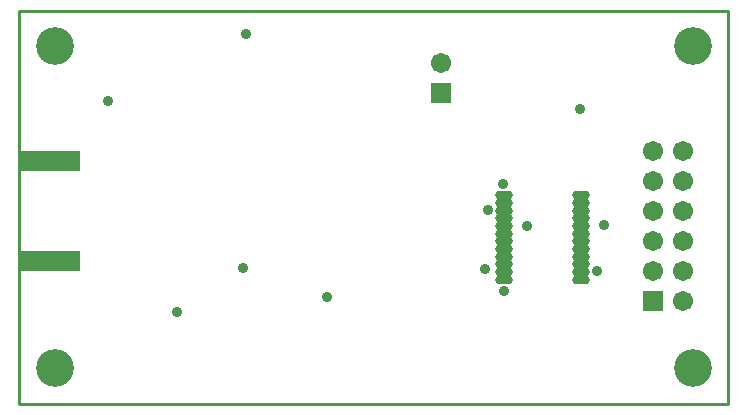
<source format=gbs>
G04 Layer_Color=16711935*
%FSLAX44Y44*%
%MOMM*%
G71*
G01*
G75*
%ADD31C,0.2540*%
%ADD44R,5.1032X1.8032*%
%ADD62C,1.7032*%
%ADD63R,1.7032X1.7032*%
%ADD64R,1.7032X1.7032*%
%ADD65C,3.2032*%
%ADD66C,0.9144*%
G04:AMPARAMS|DCode=67|XSize=1.4532mm|YSize=0.6232mm|CornerRadius=0.2066mm|HoleSize=0mm|Usage=FLASHONLY|Rotation=0.000|XOffset=0mm|YOffset=0mm|HoleType=Round|Shape=RoundedRectangle|*
%AMROUNDEDRECTD67*
21,1,1.4532,0.2100,0,0,0.0*
21,1,1.0400,0.6232,0,0,0.0*
1,1,0.4132,0.5200,-0.1050*
1,1,0.4132,-0.5200,-0.1050*
1,1,0.4132,-0.5200,0.1050*
1,1,0.4132,0.5200,0.1050*
%
%ADD67ROUNDEDRECTD67*%
D31*
X350000Y447000D02*
Y779000D01*
X950000D01*
Y447000D02*
Y779000D01*
X350000Y447000D02*
X950000D01*
D44*
X375750Y652500D02*
D03*
Y567500D02*
D03*
D62*
X912000Y660800D02*
D03*
Y635400D02*
D03*
Y610000D02*
D03*
Y584600D02*
D03*
Y559200D02*
D03*
X886600Y660800D02*
D03*
Y635400D02*
D03*
Y610000D02*
D03*
Y584600D02*
D03*
Y559200D02*
D03*
X912000Y533800D02*
D03*
X707000Y735000D02*
D03*
D63*
X886600Y533800D02*
D03*
D64*
X707000Y709600D02*
D03*
D65*
X380000Y750000D02*
D03*
Y477500D02*
D03*
X920000Y750000D02*
D03*
Y477500D02*
D03*
D66*
X744500Y561000D02*
D03*
X760000Y542750D02*
D03*
X539046Y561796D02*
D03*
X483250Y524750D02*
D03*
X425250Y703500D02*
D03*
X542250Y760250D02*
D03*
X610250Y537500D02*
D03*
X746750Y611250D02*
D03*
X759500Y632750D02*
D03*
X780250Y597500D02*
D03*
X844750Y598000D02*
D03*
X839500Y559000D02*
D03*
X825000Y696500D02*
D03*
D67*
X825700Y552000D02*
D03*
Y558500D02*
D03*
Y565000D02*
D03*
Y571500D02*
D03*
Y578000D02*
D03*
Y584500D02*
D03*
Y591000D02*
D03*
Y597500D02*
D03*
Y604000D02*
D03*
Y610500D02*
D03*
Y617000D02*
D03*
Y623500D02*
D03*
X760000Y552000D02*
D03*
Y558500D02*
D03*
Y565000D02*
D03*
Y571500D02*
D03*
Y578000D02*
D03*
Y584500D02*
D03*
Y591000D02*
D03*
Y597500D02*
D03*
Y604000D02*
D03*
Y610500D02*
D03*
Y617000D02*
D03*
Y623500D02*
D03*
M02*

</source>
